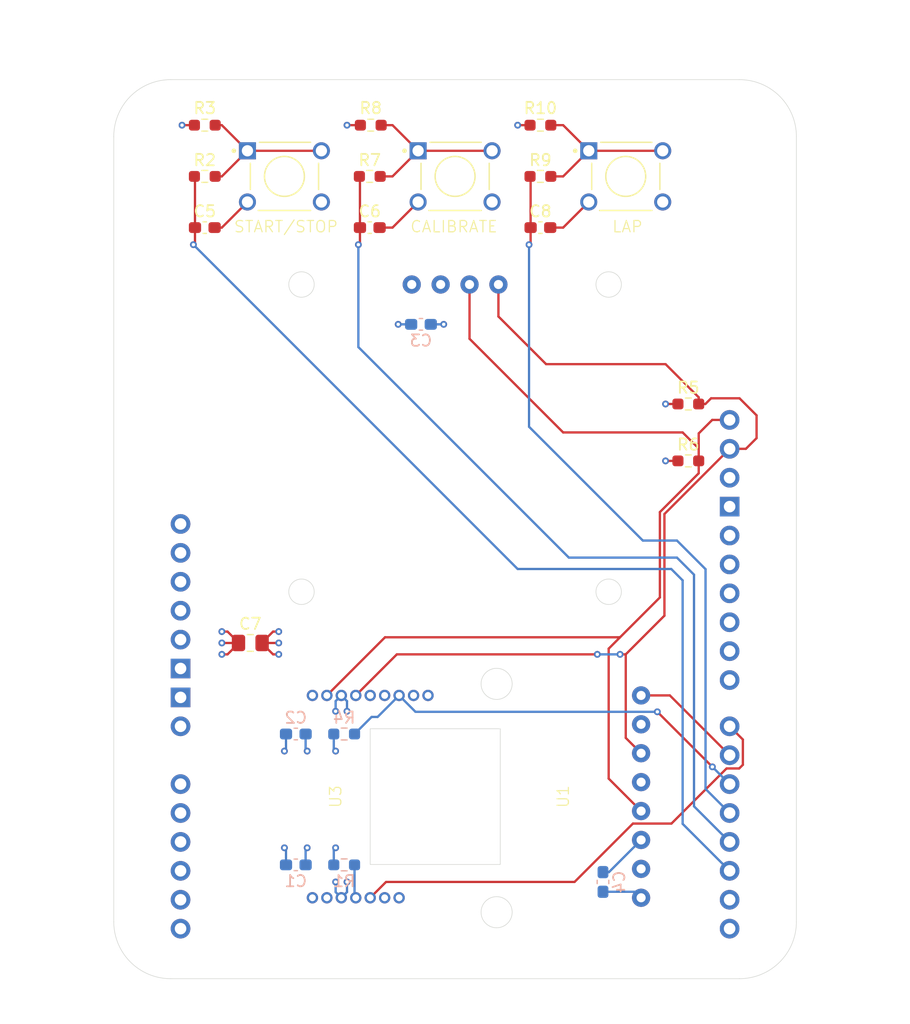
<source format=kicad_pcb>
(kicad_pcb (version 20240108) (generator "pcbnew") (generator_version "8.0")
  (layers (0 "F.Cu" signal) (1 "In1.Cu" signal) (2 "In2.Cu" signal) (31 "B.Cu" signal) (34 "B.Paste" user) (35 "F.Paste" user) (36 "B.SilkS" user "B.Silkscreen") (37 "F.SilkS" user "F.Silkscreen") (38 "B.Mask" user) (39 "F.Mask" user) (44 "Edge.Cuts" user))
  (net 0 "")
  (net 4 "/RST")
  (net 7 "/SW1")
  (net 9 "GND")
  (net 11 "+3V3")
  (net 14 "/SCL")
  (net 17 "/SDA")
  (net 25 "/SW2")
  (net 26 "/INT_IMU")
  (net 29 "/INT_BARO")
  (net 30 "/SW3")
  (net 31 "Net-(U3-IO0)")
  (net 32 "Net-(R2-Pad2)")
  (net 33 "Net-(R7-Pad2)")
  (net 34 "Net-(R10-Pad1)")
  (footprint "footprints:BMP390" (layer "F.Cu") (at 210 130 90)
    (property "Reference" "U1" (at 0 -0.5 90) (layer "F.SilkS") (effects (font (thickness 0.1))))
    (property "Value" "~")
    (fp_circle (center 9.906 -6.35) (end 9.398 -5.08) (stroke (width 0.05)) (fill none) (layer "Edge.Cuts"))
    (fp_circle (center -10.16 -6.35) (end -10.668 -5.08) (stroke (width 0.05)) (fill none) (layer "Edge.Cuts"))
    (pad "1" thru_hole circle (at -8.89 6.35 90) (size 1.6 1.6) (drill 0.8) (layers "*.Cu" "*.Mask" "Dwgs.User") (net 11 "+3V3"))
    (pad "2" thru_hole circle (at -6.35 6.35 90) (size 1.6 1.6) (drill 0.8) (layers "*.Cu" "*.Mask" "Dwgs.User"))
    (pad "3" thru_hole circle (at -3.81 6.35 90) (size 1.6 1.6) (drill 0.8) (layers "*.Cu" "*.Mask" "Dwgs.User") (net 9 "GND"))
    (pad "4" thru_hole circle (at -1.27 6.35 90) (size 1.6 1.6) (drill 0.8) (layers "*.Cu" "*.Mask" "Dwgs.User") (net 14 "/SCL"))
    (pad "5" thru_hole circle (at 1.27 6.35 90) (size 1.6 1.6) (drill 0.8) (layers "*.Cu" "*.Mask" "Dwgs.User"))
    (pad "6" thru_hole circle (at 3.81 6.35 90) (size 1.6 1.6) (drill 0.8) (layers "*.Cu" "*.Mask" "Dwgs.User") (net 17 "/SDA"))
    (pad "7" thru_hole circle (at 6.35 6.35 90) (size 1.6 1.6) (drill 0.8) (layers "*.Cu" "*.Mask" "Dwgs.User"))
    (pad "8" thru_hole circle (at 8.89 6.35 90) (size 1.6 1.6) (drill 0.8) (layers "*.Cu" "*.Mask" "Dwgs.User") (net 29 "/INT_BARO"))
  )
  (footprint "footprints:SW_1825910-6-4" (layer "F.Cu") (at 200 75.5)
    (property "Reference" "SW2" (hide yes))
    (property "Value" "1825910-6")
    (fp_line (start -2.995 -1.15) (end -2.995 1.15) (stroke (width 0.127)) (layer "F.SilkS"))
    (fp_line (start -2.2 -2.995) (end 2.3 -2.995) (stroke (width 0.127)) (layer "F.SilkS"))
    (fp_line (start 2.3 2.995) (end -2.3 2.995) (stroke (width 0.127)) (layer "F.SilkS"))
    (fp_line (start 3 -1.15) (end 3 1.15) (stroke (width 0.127)) (layer "F.SilkS"))
    (fp_circle (center -4.445 -2.25) (end -4.345 -2.25) (stroke (width 0.2)) (fill none) (layer "F.SilkS"))
    (fp_circle (center 0 0) (end 1.755 0) (stroke (width 0.127)) (fill none) (layer "F.SilkS"))
    (pad "1" thru_hole rect (at -3.25 -2.25) (size 1.498 1.498) (drill 0.99) (layers "*.Cu" "*.Mask") (net 33 "Net-(R7-Pad2)"))
    (pad "2" thru_hole circle (at 3.25 -2.25) (size 1.498 1.498) (drill 0.99) (layers "*.Cu" "*.Mask") (net 33 "Net-(R7-Pad2)"))
    (pad "3" thru_hole circle (at -3.25 2.25) (size 1.498 1.498) (drill 0.99) (layers "*.Cu" "*.Mask") (net 9 "GND"))
    (pad "4" thru_hole circle (at 3.25 2.25) (size 1.498 1.498) (drill 0.99) (layers "*.Cu" "*.Mask") (net 9 "GND"))
  )
  (footprint "Resistor_SMD:R_0603_1608Metric_Pad0.98x0.95mm_HandSolder" (layer "F.Cu") (at 220.5 95.5)
    (property "Reference" "R5" (at 0 -1.43 0) (layer "F.SilkS"))
    (property "Value" "2k2")
    (fp_line (start -0.254724 -0.5225) (end 0.254724 -0.5225) (stroke (width 0.12)) (layer "F.SilkS"))
    (fp_line (start -0.254724 0.5225) (end 0.254724 0.5225) (stroke (width 0.12)) (layer "F.SilkS"))
    (pad "1" smd roundrect (at -0.9125 0) (size 0.975 0.95) (layers "F.Cu" "F.Paste" "F.Mask") (net 11 "+3V3"))
    (pad "2" smd roundrect (at 0.9125 0) (size 0.975 0.95) (layers "F.Cu" "F.Paste" "F.Mask") (net 17 "/SDA"))
  )
  (footprint "footprints:STM32_Shield" (layer "F.Cu") (at 188.4 119.129 -90)
    (property "Reference" "A1" (hide yes))
    (property "Value" "~")
    (pad "1" thru_hole oval (at -13.086 12.53 270) (size 1.7272 1.7272) (drill 1.016) (layers "*.Cu" "*.Mask"))
    (pad "2" thru_hole oval (at -10.546 12.53 270) (size 1.7272 1.7272) (drill 1.016) (layers "*.Cu" "*.Mask"))
    (pad "3" thru_hole oval (at -8.006 12.53 270) (size 1.7272 1.7272) (drill 1.016) (layers "*.Cu" "*.Mask"))
    (pad "4" thru_hole oval (at -5.466 12.53 270) (size 1.7272 1.7272) (drill 1.016) (layers "*.Cu" "*.Mask") (net 11 "+3V3"))
    (pad "5" thru_hole oval (at -2.926 12.53 270) (size 1.7272 1.7272) (drill 1.016) (layers "*.Cu" "*.Mask"))
    (pad "6" thru_hole rect (at -0.386 12.53 270) (size 1.7272 1.7272) (drill 1.016) (layers "*.Cu" "*.Mask") (net 9 "GND"))
    (pad "7" thru_hole rect (at 2.154 12.53 270) (size 1.7272 1.7272) (drill 1.016) (layers "*.Cu" "*.Mask") (net 9 "GND"))
    (pad "8" thru_hole oval (at 4.694 12.53 270) (size 1.7272 1.7272) (drill 1.016) (layers "*.Cu" "*.Mask"))
    (pad "9" thru_hole oval (at 9.774 12.53 270) (size 1.7272 1.7272) (drill 1.016) (layers "*.Cu" "*.Mask"))
    (pad "10" thru_hole oval (at 12.314 12.53 270) (size 1.7272 1.7272) (drill 1.016) (layers "*.Cu" "*.Mask"))
    (pad "11" thru_hole oval (at 14.854 12.53 270) (size 1.7272 1.7272) (drill 1.016) (layers "*.Cu" "*.Mask"))
    (pad "12" thru_hole oval (at 17.394 12.53 270) (size 1.7272 1.7272) (drill 1.016) (layers "*.Cu" "*.Mask"))
    (pad "13" thru_hole oval (at 19.934 12.53 270) (size 1.7272 1.7272) (drill 1.016) (layers "*.Cu" "*.Mask"))
    (pad "14" thru_hole oval (at 22.474 12.53 270) (size 1.7272 1.7272) (drill 1.016) (layers "*.Cu" "*.Mask"))
    (pad "15" thru_hole oval (at 22.474 -35.73 270) (size 1.7272 1.7272) (drill 1.016) (layers "*.Cu" "*.Mask"))
    (pad "16" thru_hole oval (at 19.934 -35.73 270) (size 1.7272 1.7272) (drill 1.016) (layers "*.Cu" "*.Mask"))
    (pad "17" thru_hole oval (at 17.394 -35.73 270) (size 1.7272 1.7272) (drill 1.016) (layers "*.Cu" "*.Mask" "Eco2.User") (net 7 "/SW1"))
    (pad "18" thru_hole oval (at 14.854 -35.73 270) (size 1.7272 1.7272) (drill 1.016) (layers "*.Cu" "*.Mask") (net 25 "/SW2"))
    (pad "19" thru_hole oval (at 12.314 -35.73 270) (size 1.7272 1.7272) (drill 1.016) (layers "*.Cu" "*.Mask") (net 30 "/SW3"))
    (pad "20" thru_hole oval (at 9.774 -35.73 270) (size 1.7272 1.7272) (drill 1.016) (layers "*.Cu" "*.Mask") (net 4 "/RST"))
    (pad "21" thru_hole oval (at 7.234 -35.73 270) (size 1.7272 1.7272) (drill 1.016) (layers "*.Cu" "*.Mask") (net 29 "/INT_BARO"))
    (pad "22" thru_hole oval (at 4.694 -35.73 270) (size 1.7272 1.7272) (drill 1.016) (layers "*.Cu" "*.Mask") (net 26 "/INT_IMU"))
    (pad "23" thru_hole oval (at 0.63 -35.73 270) (size 1.7272 1.7272) (drill 1.016) (layers "*.Cu" "*.Mask"))
    (pad "24" thru_hole oval (at -1.91 -35.73 270) (size 1.7272 1.7272) (drill 1.016) (layers "*.Cu" "*.Mask"))
    (pad "25" thru_hole oval (at -4.45 -35.73 270) (size 1.7272 1.7272) (drill 1.016) (layers "*.Cu" "*.Mask"))
    (pad "26" thru_hole oval (at -6.99 -35.73 270) (size 1.7272 1.7272) (drill 1.016) (layers "*.Cu" "*.Mask"))
    (pad "27" thru_hole oval (at -9.53 -35.73 270) (size 1.7272 1.7272) (drill 1.016) (layers "*.Cu" "*.Mask"))
    (pad "28" thru_hole oval (at -12.07 -35.73 270) (size 1.7272 1.7272) (drill 1.016) (layers "*.Cu" "*.Mask"))
    (pad "29" thru_hole rect (at -14.61 -35.73 270) (size 1.7272 1.7272) (drill 1.016) (layers "*.Cu" "*.Mask") (net 9 "GND"))
    (pad "30" thru_hole oval (at -17.15 -35.73 270) (size 1.7272 1.7272) (drill 1.016) (layers "*.Cu" "*.Mask"))
    (pad "31" thru_hole oval (at -19.69 -35.73 270) (size 1.7272 1.7272) (drill 1.016) (layers "*.Cu" "*.Mask") (net 17 "/SDA"))
    (pad "32" thru_hole oval (at -22.23 -35.73 270) (size 1.7272 1.7272) (drill 1.016) (layers "*.Cu" "*.Mask") (net 14 "/SCL"))
  )
  (footprint "Capacitor_SMD:C_0805_2012Metric_Pad1.18x1.45mm_HandSolder" (layer "F.Cu") (at 182 116.5)
    (property "Reference" "C7" (at 0 -1.68 0) (layer "F.SilkS"))
    (property "Value" "10u")
    (fp_line (start -0.261252 -0.735) (end 0.261252 -0.735) (stroke (width 0.12)) (layer "F.SilkS"))
    (fp_line (start -0.261252 0.735) (end 0.261252 0.735) (stroke (width 0.12)) (layer "F.SilkS"))
    (pad "1" smd roundrect (at -1.0375 0) (size 1.175 1.45) (layers "F.Cu" "F.Paste" "F.Mask") (roundrect_rratio 0.212766) (net 11 "+3V3"))
    (pad "2" smd roundrect (at 1.0375 0) (size 1.175 1.45) (layers "F.Cu" "F.Paste" "F.Mask") (roundrect_rratio 0.212766) (net 9 "GND"))
  )
  (footprint "footprints:Screen" (layer "F.Cu") (at 200 98.5)
    (property "Reference" "U2" (hide yes))
    (property "Value" "~" (hide yes))
    (fp_circle (center -13.5 -13.5) (end -13 -14.5) (stroke (width 0.05)) (fill none) (layer "Edge.Cuts"))
    (fp_circle (center -13.5 13.5) (end -13 14.5) (stroke (width 0.05)) (fill none) (layer "Edge.Cuts"))
    (fp_circle (center 13.5 -13.5) (end 14.5 -13) (stroke (width 0.05)) (fill none) (layer "Edge.Cuts"))
    (fp_circle (center 13.5 13.5) (end 14 14.5) (stroke (width 0.05)) (fill none) (layer "Edge.Cuts"))
    (pad "1" thru_hole circle (at -3.81 -13.5) (size 1.6 1.6) (drill 0.8) (layers "*.Cu" "*.Mask") (net 11 "+3V3"))
    (pad "2" thru_hole circle (at -1.27 -13.5) (size 1.6 1.6) (drill 0.8) (layers "*.Cu" "*.Mask") (net 9 "GND"))
    (pad "3" thru_hole circle (at 1.27 -13.5) (size 1.6 1.6) (drill 0.8) (layers "*.Cu" "*.Mask") (net 14 "/SCL"))
    (pad "4" thru_hole circle (at 3.81 -13.5) (size 1.6 1.6) (drill 0.8) (layers "*.Cu" "*.Mask") (net 17 "/SDA"))
  )
  (footprint "Resistor_SMD:R_0603_1608Metric_Pad0.98x0.95mm_HandSolder" (layer "F.Cu") (at 178 75.5)
    (property "Reference" "R2" (at 0 -1.43 0) (layer "F.SilkS"))
    (property "Value" "1k")
    (fp_line (start -0.254724 -0.5225) (end 0.254724 -0.5225) (stroke (width 0.12)) (layer "F.SilkS"))
    (fp_line (start -0.254724 0.5225) (end 0.254724 0.5225) (stroke (width 0.12)) (layer "F.SilkS"))
    (pad "1" smd roundrect (at -0.9125 0) (size 0.975 0.95) (layers "F.Cu" "F.Paste" "F.Mask") (net 7 "/SW1"))
    (pad "2" smd roundrect (at 0.9125 0) (size 0.975 0.95) (layers "F.Cu" "F.Paste" "F.Mask") (net 32 "Net-(R2-Pad2)"))
  )
  (footprint "footprints:BNO055" (layer "F.Cu") (at 190 130 90)
    (property "Reference" "U3" (at 0 -0.5 90) (layer "F.SilkS") (effects (font (thickness 0.1))))
    (property "Value" "~")
    (fp_rect (start -5.965 2.54) (end 5.965 13.97) (stroke (width 0.05)) (fill none) (layer "Edge.Cuts"))
    (pad "1.1" thru_hole circle (at -8.89 -2.54 90) (size 1 1) (drill 0.6) (layers "*.Cu" "*.Mask") (net 11 "+3V3"))
    (pad "1.2" thru_hole circle (at -8.89 -1.27 90) (size 1 1) (drill 0.6) (layers "*.Cu" "*.Mask") (net 11 "+3V3"))
    (pad "1.3" thru_hole circle (at -8.89 0 90) (size 1 1) (drill 0.6) (layers "*.Cu" "*.Mask") (net 9 "GND"))
    (pad "1.4" thru_hole circle (at -8.89 1.27 90) (size 1 1) (drill 0.6) (layers "*.Cu" "*.Mask") (net 31 "Net-(U3-IO0)"))
    (pad "1.5" thru_hole circle (at -8.89 2.54 90) (size 1 1) (drill 0.6) (layers "*.Cu" "*.Mask") (net 26 "/INT_IMU"))
    (pad "1.6" thru_hole circle (at -8.89 3.81 90) (size 1 1) (drill 0.6) (layers "*.Cu" "*.Mask") (net 9 "GND"))
    (pad "1.7" thru_hole circle (at -8.89 5.08 90) (size 1 1) (drill 0.6) (layers "*.Cu" "*.Mask") (net 9 "GND"))
    (pad "2.1" thru_hole circle (at 8.89 -2.54 90) (size 1 1) (drill 0.6) (layers "*.Cu" "*.Mask") (net 9 "GND"))
    (pad "2.2" thru_hole circle (at 8.89 -1.27 90) (size 1 1) (drill 0.6) (layers "*.Cu" "*.Mask") (net 14 "/SCL"))
    (pad "2.3" thru_hole circle (at 8.89 0 90) (size 1 1) (drill 0.6) (layers "*.Cu" "*.Mask") (net 9 "GND"))
    (pad "2.4" thru_hole circle (at 8.89 1.27 90) (size 1 1) (drill 0.6) (layers "*.Cu" "*.Mask") (net 17 "/SDA"))
    (pad "2.5" thru_hole circle (at 8.89 2.54 90) (size 1 1) (drill 0.6) (layers "*.Cu" "*.Mask"))
    (pad "2.6" thru_hole circle (at 8.89 3.81 90) (size 1 1) (drill 0.6) (layers "*.Cu" "*.Mask"))
    (pad "2.7" thru_hole circle (at 8.89 5.08 90) (size 1 1) (drill 0.6) (layers "*.Cu" "*.Mask") (net 4 "/RST"))
    (pad "2.8" thru_hole circle (at 8.89 6.35 90) (size 1 1) (drill 0.6) (layers "*.Cu" "*.Mask"))
    (pad "2.9" thru_hole circle (at 8.89 7.62 90) (size 1 1) (drill 0.6) (layers "*.Cu" "*.Mask"))
  )
  (footprint "Resistor_SMD:R_0603_1608Metric_Pad0.98x0.95mm_HandSolder" (layer "F.Cu") (at 207.5 75.5)
    (property "Reference" "R9" (at 0 -1.43 0) (layer "F.SilkS"))
    (property "Value" "1k")
    (fp_line (start -0.254724 -0.5225) (end 0.254724 -0.5225) (stroke (width 0.12)) (layer "F.SilkS"))
    (fp_line (start -0.254724 0.5225) (end 0.254724 0.5225) (stroke (width 0.12)) (layer "F.SilkS"))
    (pad "1" smd roundrect (at -0.9125 0) (size 0.975 0.95) (layers "F.Cu" "F.Paste" "F.Mask") (net 30 "/SW3"))
    (pad "2" smd roundrect (at 0.9125 0) (size 0.975 0.95) (layers "F.Cu" "F.Paste" "F.Mask") (net 34 "Net-(R10-Pad1)"))
  )
  (footprint "Capacitor_SMD:C_0603_1608Metric_Pad1.08x0.95mm_HandSolder" (layer "F.Cu") (at 207.5 80)
    (property "Reference" "C8" (at 0 -1.43 0) (layer "F.SilkS"))
    (property "Value" "100n")
    (fp_line (start -0.146267 -0.51) (end 0.146267 -0.51) (stroke (width 0.12)) (layer "F.SilkS"))
    (fp_line (start -0.146267 0.51) (end 0.146267 0.51) (stroke (width 0.12)) (layer "F.SilkS"))
    (pad "1" smd roundrect (at -0.8625 0) (size 1.075 0.95) (layers "F.Cu" "F.Paste" "F.Mask") (net 30 "/SW3"))
    (pad "2" smd roundrect (at 0.8625 0) (size 1.075 0.95) (layers "F.Cu" "F.Paste" "F.Mask") (net 9 "GND"))
  )
  (footprint "Resistor_SMD:R_0603_1608Metric_Pad0.98x0.95mm_HandSolder" (layer "F.Cu") (at 192.5 75.5)
    (property "Reference" "R7" (at 0 -1.43 0) (layer "F.SilkS"))
    (property "Value" "1k")
    (fp_line (start -0.254724 -0.5225) (end 0.254724 -0.5225) (stroke (width 0.12)) (layer "F.SilkS"))
    (fp_line (start -0.254724 0.5225) (end 0.254724 0.5225) (stroke (width 0.12)) (layer "F.SilkS"))
    (pad "1" smd roundrect (at -0.9125 0) (size 0.975 0.95) (layers "F.Cu" "F.Paste" "F.Mask") (net 25 "/SW2"))
    (pad "2" smd roundrect (at 0.9125 0) (size 0.975 0.95) (layers "F.Cu" "F.Paste" "F.Mask") (net 33 "Net-(R7-Pad2)"))
  )
  (footprint "Capacitor_SMD:C_0603_1608Metric_Pad1.08x0.95mm_HandSolder" (layer "F.Cu") (at 192.5 80)
    (property "Reference" "C6" (at 0 -1.43 0) (layer "F.SilkS"))
    (property "Value" "100n")
    (fp_line (start -0.146267 -0.51) (end 0.146267 -0.51) (stroke (width 0.12)) (layer "F.SilkS"))
    (fp_line (start -0.146267 0.51) (end 0.146267 0.51) (stroke (width 0.12)) (layer "F.SilkS"))
    (pad "1" smd roundrect (at -0.8625 0) (size 1.075 0.95) (layers "F.Cu" "F.Paste" "F.Mask") (net 25 "/SW2"))
    (pad "2" smd roundrect (at 0.8625 0) (size 1.075 0.95) (layers "F.Cu" "F.Paste" "F.Mask") (net 9 "GND"))
  )
  (footprint "Resistor_SMD:R_0603_1608Metric_Pad0.98x0.95mm_HandSolder" (layer "F.Cu") (at 207.5 71 180)
    (property "Reference" "R10" (at 0 1.5 0) (layer "F.SilkS"))
    (property "Value" "10k")
    (fp_line (start -0.254724 0.5225) (end 0.254724 0.5225) (stroke (width 0.12)) (layer "F.SilkS"))
    (fp_line (start -0.254724 -0.5225) (end 0.254724 -0.5225) (stroke (width 0.12)) (layer "F.SilkS"))
    (pad "1" smd roundrect (at -0.9125 0 180) (size 0.975 0.95) (layers "F.Cu" "F.Paste" "F.Mask") (net 34 "Net-(R10-Pad1)"))
    (pad "2" smd roundrect (at 0.9125 0 180) (size 0.975 0.95) (layers "F.Cu" "F.Paste" "F.Mask") (net 11 "+3V3"))
  )
  (footprint "Resistor_SMD:R_0603_1608Metric_Pad0.98x0.95mm_HandSolder" (layer "F.Cu") (at 178 71 180)
    (property "Reference" "R3" (at 0 1.5 0) (layer "F.SilkS"))
    (property "Value" "10k")
    (fp_line (start -0.254724 0.5225) (end 0.254724 0.5225) (stroke (width 0.12)) (layer "F.SilkS"))
    (fp_line (start -0.254724 -0.5225) (end 0.254724 -0.5225) (stroke (width 0.12)) (layer "F.SilkS"))
    (pad "1" smd roundrect (at -0.9125 0 180) (size 0.975 0.95) (layers "F.Cu" "F.Paste" "F.Mask") (net 32 "Net-(R2-Pad2)"))
    (pad "2" smd roundrect (at 0.9125 0 180) (size 0.975 0.95) (layers "F.Cu" "F.Paste" "F.Mask") (net 11 "+3V3"))
  )
  (footprint "footprints:SW_1825910-6-4" (layer "F.Cu") (at 215 75.5)
    (property "Reference" "SW3" (hide yes))
    (property "Value" "1825910-6")
    (fp_line (start -2.995 -1.15) (end -2.995 1.15) (stroke (width 0.127)) (layer "F.SilkS"))
    (fp_line (start -2.2 -2.995) (end 2.3 -2.995) (stroke (width 0.127)) (layer "F.SilkS"))
    (fp_line (start 2.3 2.995) (end -2.3 2.995) (stroke (width 0.127)) (layer "F.SilkS"))
    (fp_line (start 3 -1.15) (end 3 1.15) (stroke (width 0.127)) (layer "F.SilkS"))
    (fp_circle (center -4.445 -2.25) (end -4.345 -2.25) (stroke (width 0.2)) (fill none) (layer "F.SilkS"))
    (fp_circle (center 0 0) (end 1.755 0) (stroke (width 0.127)) (fill none) (layer "F.SilkS"))
    (pad "1" thru_hole rect (at -3.25 -2.25) (size 1.498 1.498) (drill 0.99) (layers "*.Cu" "*.Mask") (net 34 "Net-(R10-Pad1)"))
    (pad "2" thru_hole circle (at 3.25 -2.25) (size 1.498 1.498) (drill 0.99) (layers "*.Cu" "*.Mask") (net 34 "Net-(R10-Pad1)"))
    (pad "3" thru_hole circle (at -3.25 2.25) (size 1.498 1.498) (drill 0.99) (layers "*.Cu" "*.Mask") (net 9 "GND"))
    (pad "4" thru_hole circle (at 3.25 2.25) (size 1.498 1.498) (drill 0.99) (layers "*.Cu" "*.Mask") (net 9 "GND"))
  )
  (footprint "Resistor_SMD:R_0603_1608Metric_Pad0.98x0.95mm_HandSolder" (layer "F.Cu") (at 220.5 100.5)
    (property "Reference" "R6" (at 0 -1.43 0) (layer "F.SilkS"))
    (property "Value" "2k2")
    (fp_line (start -0.254724 -0.5225) (end 0.254724 -0.5225) (stroke (width 0.12)) (layer "F.SilkS"))
    (fp_line (start -0.254724 0.5225) (end 0.254724 0.5225) (stroke (width 0.12)) (layer "F.SilkS"))
    (pad "1" smd roundrect (at -0.9125 0) (size 0.975 0.95) (layers "F.Cu" "F.Paste" "F.Mask") (net 11 "+3V3"))
    (pad "2" smd roundrect (at 0.9125 0) (size 0.975 0.95) (layers "F.Cu" "F.Paste" "F.Mask") (net 14 "/SCL"))
  )
  (footprint "Resistor_SMD:R_0603_1608Metric_Pad0.98x0.95mm_HandSolder" (layer "F.Cu") (at 192.5875 71 180)
    (property "Reference" "R8" (at 0 1.5 0) (layer "F.SilkS"))
    (property "Value" "10k")
    (fp_line (start -0.254724 0.5225) (end 0.254724 0.5225) (stroke (width 0.12)) (layer "F.SilkS"))
    (fp_line (start -0.254724 -0.5225) (end 0.254724 -0.5225) (stroke (width 0.12)) (layer "F.SilkS"))
    (pad "1" smd roundrect (at -0.9125 0 180) (size 0.975 0.95) (layers "F.Cu" "F.Paste" "F.Mask") (net 33 "Net-(R7-Pad2)"))
    (pad "2" smd roundrect (at 0.9125 0 180) (size 0.975 0.95) (layers "F.Cu" "F.Paste" "F.Mask") (net 11 "+3V3"))
  )
  (footprint "Capacitor_SMD:C_0603_1608Metric_Pad1.08x0.95mm_HandSolder" (layer "F.Cu") (at 178 80)
    (property "Reference" "C5" (at 0 -1.43 0) (layer "F.SilkS"))
    (property "Value" "100n")
    (fp_line (start -0.146267 -0.51) (end 0.146267 -0.51) (stroke (width 0.12)) (layer "F.SilkS"))
    (fp_line (start -0.146267 0.51) (end 0.146267 0.51) (stroke (width 0.12)) (layer "F.SilkS"))
    (pad "1" smd roundrect (at -0.8625 0) (size 1.075 0.95) (layers "F.Cu" "F.Paste" "F.Mask") (net 7 "/SW1"))
    (pad "2" smd roundrect (at 0.8625 0) (size 1.075 0.95) (layers "F.Cu" "F.Paste" "F.Mask") (net 9 "GND"))
  )
  (footprint "footprints:SW_1825910-6-4" (layer "F.Cu") (at 185 75.5)
    (property "Reference" "SW1" (hide yes))
    (property "Value" "1825910-6")
    (fp_line (start -2.995 -1.15) (end -2.995 1.15) (stroke (width 0.127)) (layer "F.SilkS"))
    (fp_line (start -2.2 -2.995) (end 2.3 -2.995) (stroke (width 0.127)) (layer "F.SilkS"))
    (fp_line (start 2.3 2.995) (end -2.3 2.995) (stroke (width 0.127)) (layer "F.SilkS"))
    (fp_line (start 3 -1.15) (end 3 1.15) (stroke (width 0.127)) (layer "F.SilkS"))
    (fp_circle (center -4.445 -2.25) (end -4.345 -2.25) (stroke (width 0.2)) (fill none) (layer "F.SilkS"))
    (fp_circle (center 0 0) (end 1.755 0) (stroke (width 0.127)) (fill none) (layer "F.SilkS"))
    (pad "1" thru_hole rect (at -3.25 -2.25) (size 1.498 1.498) (drill 0.99) (layers "*.Cu" "*.Mask") (net 32 "Net-(R2-Pad2)"))
    (pad "2" thru_hole circle (at 3.25 -2.25) (size 1.498 1.498) (drill 0.99) (layers "*.Cu" "*.Mask") (net 32 "Net-(R2-Pad2)"))
    (pad "3" thru_hole circle (at -3.25 2.25) (size 1.498 1.498) (drill 0.99) (layers "*.Cu" "*.Mask") (net 9 "GND"))
    (pad "4" thru_hole circle (at 3.25 2.25) (size 1.498 1.498) (drill 0.99) (layers "*.Cu" "*.Mask") (net 9 "GND"))
  )
  (footprint "Capacitor_SMD:C_0603_1608Metric_Pad1.08x0.95mm_HandSolder" (layer "B.Cu") (at 186 136)
    (property "Reference" "C1" (at 0 1.43 0) (layer "B.SilkS") (effects (justify mirror)))
    (property "Value" "100n")
    (fp_line (start 0.146267 -0.51) (end -0.146267 -0.51) (stroke (width 0.12)) (layer "B.SilkS"))
    (fp_line (start 0.146267 0.51) (end -0.146267 0.51) (stroke (width 0.12)) (layer "B.SilkS"))
    (pad "1" smd roundrect (at -0.8625 0) (size 1.075 0.95) (layers "B.Cu" "B.Paste" "B.Mask") (net 11 "+3V3"))
    (pad "2" smd roundrect (at 0.8625 0) (size 1.075 0.95) (layers "B.Cu" "B.Paste" "B.Mask") (net 9 "GND"))
  )
  (footprint "Capacitor_SMD:C_0603_1608Metric_Pad1.08x0.95mm_HandSolder" (layer "B.Cu") (at 186 124.5 180)
    (property "Reference" "C2" (at 0 1.43 0) (layer "B.SilkS") (effects (justify mirror)))
    (property "Value" "100n")
    (fp_line (start 0.146267 0.51) (end -0.146267 0.51) (stroke (width 0.12)) (layer "B.SilkS"))
    (fp_line (start 0.146267 -0.51) (end -0.146267 -0.51) (stroke (width 0.12)) (layer "B.SilkS"))
    (pad "1" smd roundrect (at -0.8625 0 180) (size 1.075 0.95) (layers "B.Cu" "B.Paste" "B.Mask") (net 11 "+3V3"))
    (pad "2" smd roundrect (at 0.8625 0 180) (size 1.075 0.95) (layers "B.Cu" "B.Paste" "B.Mask") (net 9 "GND"))
  )
  (footprint "Capacitor_SMD:C_0603_1608Metric_Pad1.08x0.95mm_HandSolder" (layer "B.Cu") (at 197 88.5)
    (property "Reference" "C3" (at 0 1.43 0) (layer "B.SilkS") (effects (justify mirror)))
    (property "Value" "100n")
    (fp_line (start 0.146267 -0.51) (end -0.146267 -0.51) (stroke (width 0.12)) (layer "B.SilkS"))
    (fp_line (start 0.146267 0.51) (end -0.146267 0.51) (stroke (width 0.12)) (layer "B.SilkS"))
    (pad "1" smd roundrect (at -0.8625 0) (size 1.075 0.95) (layers "B.Cu" "B.Paste" "B.Mask") (net 11 "+3V3"))
    (pad "2" smd roundrect (at 0.8625 0) (size 1.075 0.95) (layers "B.Cu" "B.Paste" "B.Mask") (net 9 "GND"))
  )
  (footprint "Capacitor_SMD:C_0603_1608Metric_Pad1.08x0.95mm_HandSolder" (layer "B.Cu") (at 213 137.5 90)
    (property "Reference" "C4" (at 0 1.43 90) (layer "B.SilkS") (effects (justify mirror)))
    (property "Value" "100n")
    (fp_line (start 0.146267 -0.51) (end -0.146267 -0.51) (stroke (width 0.12)) (layer "B.SilkS"))
    (fp_line (start 0.146267 0.51) (end -0.146267 0.51) (stroke (width 0.12)) (layer "B.SilkS"))
    (pad "1" smd roundrect (at -0.8625 0 90) (size 1.075 0.95) (layers "B.Cu" "B.Paste" "B.Mask") (net 11 "+3V3"))
    (pad "2" smd roundrect (at 0.8625 0 90) (size 1.075 0.95) (layers "B.Cu" "B.Paste" "B.Mask") (net 9 "GND"))
  )
  (footprint "Resistor_SMD:R_0603_1608Metric_Pad0.98x0.95mm_HandSolder" (layer "B.Cu") (at 190.25 124.5 180)
    (property "Reference" "R4" (at 0 1.43 0) (layer "B.SilkS") (effects (justify mirror)))
    (property "Value" "10k")
    (fp_line (start 0.254724 0.5225) (end -0.254724 0.5225) (stroke (width 0.12)) (layer "B.SilkS"))
    (fp_line (start 0.254724 -0.5225) (end -0.254724 -0.5225) (stroke (width 0.12)) (layer "B.SilkS"))
    (pad "1" smd roundrect (at -0.9125 0 180) (size 0.975 0.95) (layers "B.Cu" "B.Paste" "B.Mask") (net 4 "/RST"))
    (pad "2" smd roundrect (at 0.9125 0 180) (size 0.975 0.95) (layers "B.Cu" "B.Paste" "B.Mask") (net 11 "+3V3"))
  )
  (footprint "Resistor_SMD:R_0603_1608Metric_Pad0.98x0.95mm_HandSolder" (layer "B.Cu") (at 190.25 136)
    (property "Reference" "R1" (at 0 1.43 0) (layer "B.SilkS") (effects (justify mirror)))
    (property "Value" "10k")
    (fp_line (start 0.254724 -0.5225) (end -0.254724 -0.5225) (stroke (width 0.12)) (layer "B.SilkS"))
    (fp_line (start 0.254724 0.5225) (end -0.254724 0.5225) (stroke (width 0.12)) (layer "B.SilkS"))
    (pad "1" smd roundrect (at -0.9125 0) (size 0.975 0.95) (layers "B.Cu" "B.Paste" "B.Mask") (net 11 "+3V3"))
    (pad "2" smd roundrect (at 0.9125 0) (size 0.975 0.95) (layers "B.Cu" "B.Paste" "B.Mask") (net 31 "Net-(U3-IO0)"))
  )
  (gr_line (start 175 146) (end 225 146) (stroke (width 0.05)) (layer "Edge.Cuts"))
  (gr_arc (start 225 67) (mid 228.535534 68.464466) (end 230 72) (stroke (width 0.05)) (layer "Edge.Cuts"))
  (gr_line (start 175 67) (end 225 67) (stroke (width 0.05)) (layer "Edge.Cuts"))
  (gr_arc (start 170 72) (mid 171.464466 68.464466) (end 175 67) (stroke (width 0.05)) (layer "Edge.Cuts"))
  (gr_line (start 230 72) (end 230 141) (stroke (width 0.05)) (layer "Edge.Cuts"))
  (gr_arc (start 175 146) (mid 171.464466 144.535534) (end 170 141) (stroke (width 0.05)) (layer "Edge.Cuts"))
  (gr_line (start 170 141) (end 170 72) (stroke (width 0.05)) (layer "Edge.Cuts"))
  (gr_arc (start 230 141) (mid 228.535534 144.535534) (end 225 146) (stroke (width 0.05)) (layer "Edge.Cuts"))
  (gr_text "START/STOP" (at 180.5 80.5 0) (layer "F.SilkS") (effects (font (size 1 1) (thickness 0.1)) (justify left bottom)))
  (gr_text "LAP" (at 213.75 80.5 0) (layer "F.SilkS") (effects (font (size 1 1) (thickness 0.1)) (justify left bottom)))
  (gr_text "CALIBRATE" (at 196 80.5 0) (layer "F.SilkS") (effects (font (size 1 1) (thickness 0.1)) (justify left bottom)))
  (segment (start 217.777 122.55) (end 222.6135 127.3865) (width 0.2) (layer "F.Cu") (net 4))
  (via (at 222.6135 127.3865) (size 0.6) (drill 0.3) (layers "F.Cu" "B.Cu") (net 4))
  (via (at 217.777 122.55) (size 0.6) (drill 0.3) (layers "F.Cu" "B.Cu") (net 4))
  (segment (start 192.6625 123) (end 193.19 123) (width 0.2) (layer "B.Cu") (net 4))
  (segment (start 193.19 123) (end 195.08 121.11) (width 0.2) (layer "B.Cu") (net 4))
  (segment (start 195.08 121.11) (end 196.52 122.55) (width 0.2) (layer "B.Cu") (net 4))
  (segment (start 222.6135 127.3865) (end 224.13 128.903) (width 0.2) (layer "B.Cu") (net 4))
  (segment (start 191.1625 124.5) (end 192.6625 123) (width 0.2) (layer "B.Cu") (net 4))
  (segment (start 196.52 122.55) (end 217.777 122.55) (width 0.2) (layer "B.Cu") (net 4))
  (segment (start 177.1375 80) (end 177.1375 81.3625) (width 0.2) (layer "F.Cu") (net 7))
  (segment (start 177.1375 75.55) (end 177.0875 75.5) (width 0.2) (layer "F.Cu") (net 7))
  (segment (start 177.1375 81.3625) (end 177 81.5) (width 0.2) (layer "F.Cu") (net 7))
  (segment (start 177.1375 80) (end 177.1375 75.55) (width 0.2) (layer "F.Cu") (net 7))
  (via (at 177 81.5) (size 0.6) (drill 0.3) (layers "F.Cu" "B.Cu") (net 7))
  (segment (start 219 110) (end 205.5 110) (width 0.2) (layer "B.Cu") (net 7))
  (segment (start 220 111) (end 219 110) (width 0.2) (layer "B.Cu") (net 7))
  (segment (start 205.5 110) (end 177 81.5) (width 0.2) (layer "B.Cu") (net 7))
  (segment (start 220 132.393) (end 220 111) (width 0.2) (layer "B.Cu") (net 7))
  (segment (start 224.13 136.523) (end 220 132.393) (width 0.2) (layer "B.Cu") (net 7))
  (segment (start 194.5 80) (end 196.75 77.75) (width 0.2) (layer "F.Cu") (net 9))
  (segment (start 183.0375 116.5) (end 183.0375 116.5375) (width 0.2) (layer "F.Cu") (net 9))
  (segment (start 178.8625 80) (end 179.5 80) (width 0.2) (layer "F.Cu") (net 9))
  (segment (start 179.5 80) (end 181.75 77.75) (width 0.2) (layer "F.Cu") (net 9))
  (segment (start 184 117.5) (end 184.5 117.5) (width 0.2) (layer "F.Cu") (net 9))
  (segment (start 184 115.5) (end 184.5 115.5) (width 0.2) (layer "F.Cu") (net 9))
  (segment (start 183.0375 116.5375) (end 184 117.5) (width 0.2) (layer "F.Cu") (net 9))
  (segment (start 193.3625 80) (end 194.5 80) (width 0.2) (layer "F.Cu") (net 9))
  (segment (start 209.5 80) (end 211.75 77.75) (width 0.2) (layer "F.Cu") (net 9))
  (segment (start 183.0375 116.5) (end 183.0375 116.4625) (width 0.2) (layer "F.Cu") (net 9))
  (segment (start 208.3625 80) (end 209.5 80) (width 0.2) (layer "F.Cu") (net 9))
  (segment (start 183.0375 116.4625) (end 184 115.5) (width 0.2) (layer "F.Cu") (net 9))
  (segment (start 183.0375 116.5) (end 184.5 116.5) (width 0.2) (layer "F.Cu") (net 9))
  (via (at 184.5 115.5) (size 0.6) (drill 0.3) (layers "F.Cu" "B.Cu") (net 9))
  (via (at 190.5 122.5) (size 0.6) (drill 0.3) (layers "F.Cu" "B.Cu") (net 9))
  (via (at 199 88.5) (size 0.6) (drill 0.3) (layers "F.Cu" "B.Cu") (net 9))
  (via (at 184.5 117.5) (size 0.6) (drill 0.3) (layers "F.Cu" "B.Cu") (net 9))
  (via (at 190.5 137.5) (size 0.6) (drill 0.3) (layers "F.Cu" "B.Cu") (net 9))
  (via (at 185 126) (size 0.6) (drill 0.3) (layers "F.Cu" "B.Cu") (net 9))
  (via (at 189.5 137.5) (size 0.6) (drill 0.3) (layers "F.Cu" "B.Cu") (net 9))
  (via (at 187 134.5) (size 0.6) (drill 0.3) (layers "F.Cu" "B.Cu") (net 9))
  (via (at 184.5 116.5) (size 0.6) (drill 0.3) (layers "F.Cu" "B.Cu") (net 9))
  (via (at 189.5 122.5) (size 0.6) (drill 0.3) (layers "F.Cu" "B.Cu") (net 9))
  (segment (start 190.5 121.61) (end 190 121.11) (width 0.2) (layer "B.Cu") (net 9))
  (segment (start 213.5225 136.6375) (end 216.35 133.81) (width 0.2) (layer "B.Cu") (net 9))
  (segment (start 185.1375 125.8625) (end 185 126) (width 0.2) (layer "B.Cu") (net 9))
  (segment (start 186.8625 136) (end 186.8625 134.6375) (width 0.2) (layer "B.Cu") (net 9))
  (segment (start 190.5 138.39) (end 190 138.89) (width 0.2) (layer "B.Cu") (net 9))
  (segment (start 197.8625 88.5) (end 199 88.5) (width 0.2) (layer "B.Cu") (net 9))
  (segment (start 186.8625 134.6375) (end 187 134.5) (width 0.2) (layer "B.Cu") (net 9))
  (segment (start 190.5 122.5) (end 190.5 121.61) (width 0.2) (layer "B.Cu") (net 9))
  (segment (start 190.5 137.5) (end 190.5 138.39) (width 0.2) (layer "B.Cu") (net 9))
  (segment (start 213 136.6375) (end 213.5225 136.6375) (width 0.2) (layer "B.Cu") (net 9))
  (segment (start 189.5 121.61) (end 190 121.11) (width 0.2) (layer "B.Cu") (net 9))
  (segment (start 185.1375 124.5) (end 185.1375 125.8625) (width 0.2) (layer "B.Cu") (net 9))
  (segment (start 189.5 122.5) (end 189.5 121.61) (width 0.2) (layer "B.Cu") (net 9))
  (segment (start 189.5 137.5) (end 189.5 138.39) (width 0.2) (layer "B.Cu") (net 9))
  (segment (start 189.5 138.39) (end 190 138.89) (width 0.2) (layer "B.Cu") (net 9))
  (segment (start 191.675 71) (end 190.5 71) (width 0.2) (layer "F.Cu") (net 11))
  (segment (start 180 117.5) (end 179.5 117.5) (width 0.2) (layer "F.Cu") (net 11))
  (segment (start 180.9625 116.5) (end 180.9625 116.4625) (width 0.2) (layer "F.Cu") (net 11))
  (segment (start 180.9625 116.5) (end 180.9625 116.5375) (width 0.2) (layer "F.Cu") (net 11))
  (segment (start 177.0875 71) (end 176 71) (width 0.2) (layer "F.Cu") (net 11))
  (segment (start 180.9625 116.4625) (end 180 115.5) (width 0.2) (layer "F.Cu") (net 11))
  (segment (start 219.5875 100.5) (end 218.5 100.5) (width 0.2) (layer "F.Cu") (net 11))
  (segment (start 219.5875 95.5) (end 218.5 95.5) (width 0.2) (layer "F.Cu") (net 11))
  (segment (start 180.9625 116.5) (end 179.5 116.5) (width 0.2) (layer "F.Cu") (net 11))
  (segment (start 180.9625 116.5375) (end 180 117.5) (width 0.2) (layer "F.Cu") (net 11))
  (segment (start 206.5875 71) (end 205.5 71) (width 0.2) (layer "F.Cu") (net 11))
  (segment (start 180 115.5) (end 179.5 115.5) (width 0.2) (layer "F.Cu") (net 11))
  (via (at 190.5 71) (size 0.6) (drill 0.3) (layers "F.Cu" "B.Cu") (net 11))
  (via (at 189.5 134.5) (size 0.6) (drill 0.3) (layers "F.Cu" "B.Cu") (net 11))
  (via (at 187 126) (size 0.6) (drill 0.3) (layers "F.Cu" "B.Cu") (net 11))
  (via (at 179.5 116.5) (size 0.6) (drill 0.3) (layers "F.Cu" "B.Cu") (net 11))
  (via (at 176 71) (size 0.6) (drill 0.3) (layers "F.Cu" "B.Cu") (net 11))
  (via (at 218.5 95.5) (size 0.6) (drill 0.3) (layers "F.Cu" "B.Cu") (net 11))
  (via (at 218.5 100.5) (size 0.6) (drill 0.3) (layers "F.Cu" "B.Cu") (net 11))
  (via (at 179.5 115.5) (size 0.6) (drill 0.3) (layers "F.Cu" "B.Cu") (net 11))
  (via (at 195 88.5) (size 0.6) (drill 0.3) (layers "F.Cu" "B.Cu") (net 11))
  (via (at 185 134.5) (size 0.6) (drill 0.3) (layers "F.Cu" "B.Cu") (net 11))
  (via (at 205.5 71) (size 0.6) (drill 0.3) (layers "F.Cu" "B.Cu") (net 11))
  (via (at 189.5 126) (size 0.6) (drill 0.3) (layers "F.Cu" "B.Cu") (net 11))
  (via (at 179.5 117.5) (size 0.6) (drill 0.3) (layers "F.Cu" "B.Cu") (net 11))
  (segment (start 189.3375 134.6625) (end 189.5 134.5) (width 0.2) (layer "B.Cu") (net 11))
  (segment (start 186.8625 124.5) (end 186.8625 125.8625) (width 0.2) (layer "B.Cu") (net 11))
  (segment (start 189.3375 136) (end 189.3375 134.6625) (width 0.2) (layer "B.Cu") (net 11))
  (segment (start 196.1375 88.5) (end 195 88.5) (width 0.2) (layer "B.Cu") (net 11))
  (segment (start 213 138.3625) (end 215.8225 138.3625) (width 0.2) (layer "B.Cu") (net 11))
  (segment (start 186.8625 125.8625) (end 187 126) (width 0.2) (layer "B.Cu") (net 11))
  (segment (start 215.8225 138.3625) (end 216.35 138.89) (width 0.2) (layer "B.Cu") (net 11))
  (segment (start 185.1375 134.6375) (end 185 134.5) (width 0.2) (layer "B.Cu") (net 11))
  (segment (start 189.5 126) (end 189.3375 125.8375) (width 0.2) (layer "B.Cu") (net 11))
  (segment (start 185.1375 136) (end 185.1375 134.6375) (width 0.2) (layer "B.Cu") (net 11))
  (segment (start 189.3375 125.8375) (end 189.3375 124.5) (width 0.2) (layer "B.Cu") (net 11))
  (segment (start 221.4125 101.5875) (end 218 105) (width 0.2) (layer "F.Cu") (net 14))
  (segment (start 220 98) (end 209.5 98) (width 0.2) (layer "F.Cu") (net 14))
  (segment (start 221.4125 98.0875) (end 221.4125 99.4125) (width 0.2) (layer "F.Cu") (net 14))
  (segment (start 213.5 128.42) (end 213.5 117) (width 0.2) (layer "F.Cu") (net 14))
  (segment (start 213.5 117) (end 214.5 116) (width 0.2) (layer "F.Cu") (net 14))
  (segment (start 201.27 89.77) (end 201.27 85) (width 0.2) (layer "F.Cu") (net 14))
  (segment (start 216.35 131.27) (end 213.5 128.42) (width 0.2) (layer "F.Cu") (net 14))
  (segment (start 193.84 116) (end 214.5 116) (width 0.2) (layer "F.Cu") (net 14))
  (segment (start 188.73 121.11) (end 193.84 116) (width 0.2) (layer "F.Cu") (net 14))
  (segment (start 221.4125 100.5) (end 221.4125 99.4125) (width 0.2) (layer "F.Cu") (net 14))
  (segment (start 224.13 96.899) (end 222.601 96.899) (width 0.2) (layer "F.Cu") (net 14))
  (segment (start 221.4125 100.5) (end 221.4125 101.5875) (width 0.2) (layer "F.Cu") (net 14))
  (segment (start 209.5 98) (end 201.27 89.77) (width 0.2) (layer "F.Cu") (net 14))
  (segment (start 218 112.5) (end 218 105) (width 0.2) (layer "F.Cu") (net 14))
  (segment (start 222.601 96.899) (end 221.4125 98.0875) (width 0.2) (layer "F.Cu") (net 14))
  (segment (start 214.5 116) (end 218 112.5) (width 0.2) (layer "F.Cu") (net 14))
  (segment (start 221.4125 99.4125) (end 220 98) (width 0.2) (layer "F.Cu") (net 14))
  (segment (start 194.88 117.5) (end 191.27 121.11) (width 0.2) (layer "F.Cu") (net 17))
  (segment (start 218.5 92) (end 221.4125 94.9125) (width 0.2) (layer "F.Cu") (net 17))
  (segment (start 222.5 95) (end 225 95) (width 0.2) (layer "F.Cu") (net 17))
  (segment (start 225.561 99.439) (end 224.13 99.439) (width 0.2) (layer "F.Cu") (net 17))
  (segment (start 221.4125 94.9125) (end 221.4125 95.5) (width 0.2) (layer "F.Cu") (net 17))
  (segment (start 203.81 85) (end 203.81 87.81) (width 0.2) (layer "F.Cu") (net 17))
  (segment (start 221.4125 95.5) (end 222 95.5) (width 0.2) (layer "F.Cu") (net 17))
  (segment (start 226.5 96.5) (end 226.5 98.5) (width 0.2) (layer "F.Cu") (net 17))
  (segment (start 215 117.5) (end 218.4 114.1) (width 0.2) (layer "F.Cu") (net 17))
  (segment (start 215 124.84) (end 215 117.5) (width 0.2) (layer "F.Cu") (net 17))
  (segment (start 203.81 87.81) (end 208 92) (width 0.2) (layer "F.Cu") (net 17))
  (segment (start 226.5 98.5) (end 225.561 99.439) (width 0.2) (layer "F.Cu") (net 17))
  (segment (start 222 95.5) (end 222.5 95) (width 0.2) (layer "F.Cu") (net 17))
  (segment (start 216.35 126.19) (end 215 124.84) (width 0.2) (layer "F.Cu") (net 17))
  (segment (start 225 95) (end 226.5 96.5) (width 0.2) (layer "F.Cu") (net 17))
  (segment (start 208 92) (end 218.5 92) (width 0.2) (layer "F.Cu") (net 17))
  (segment (start 215 117.5) (end 214.5 117.5) (width 0.2) (layer "F.Cu") (net 17))
  (segment (start 218.4 105.169) (end 224.13 99.439) (width 0.2) (layer "F.Cu") (net 17))
  (segment (start 218.4 114.1) (end 218.4 105.169) (width 0.2) (layer "F.Cu") (net 17))
  (segment (start 212.5 117.5) (end 194.88 117.5) (width 0.2) (layer "F.Cu") (net 17))
  (via (at 214.5 117.5) (size 0.6) (drill 0.3) (layers "F.Cu" "B.Cu") (net 17))
  (via (at 212.5 117.5) (size 0.6) (drill 0.3) (layers "F.Cu" "B.Cu") (net 17))
  (segment (start 214.5 117.5) (end 212.5 117.5) (width 0.2) (layer "B.Cu") (net 17))
  (segment (start 191.6375 80) (end 191.6375 81.3625) (width 0.2) (layer "F.Cu") (net 25))
  (segment (start 191.6375 80) (end 191.6375 75.55) (width 0.2) (layer "F.Cu") (net 25))
  (segment (start 191.6375 75.55) (end 191.5875 75.5) (width 0.2) (layer "F.Cu") (net 25))
  (segment (start 191.6375 81.3625) (end 191.5 81.5) (width 0.2) (layer "F.Cu") (net 25))
  (segment (start 191.5 80.1375) (end 191.6375 80) (width 0.2) (layer "F.Cu") (net 25))
  (via (at 191.5 81.5) (size 0.6) (drill 0.3) (layers "F.Cu" "B.Cu") (net 25))
  (segment (start 221 110.5) (end 219.5 109) (width 0.2) (layer "B.Cu") (net 25))
  (segment (start 191.5 90.5) (end 191.5 81.5) (width 0.2) (layer "B.Cu") (net 25))
  (segment (start 221 130.853) (end 221 110.5) (width 0.2) (layer "B.Cu") (net 25))
  (segment (start 219.5 109) (end 210 109) (width 0.2) (layer "B.Cu") (net 25))
  (segment (start 210 109) (end 191.5 90.5) (width 0.2) (layer "B.Cu") (net 25))
  (segment (start 224.13 133.983) (end 221 130.853) (width 0.2) (layer "B.Cu") (net 25))
  (segment (start 192.54 138.89) (end 193.93 137.5) (width 0.2) (layer "F.Cu") (net 26))
  (segment (start 210.500001 137.5) (end 215.630001 132.37) (width 0.2) (layer "F.Cu") (net 26))
  (segment (start 225.2936 127.2064) (end 225.2936 124.9866) (width 0.2) (layer "F.Cu") (net 26))
  (segment (start 215.630001 132.37) (end 219.017421 132.37) (width 0.2) (layer "F.Cu") (net 26))
  (segment (start 223.860821 127.5266) (end 224.9734 127.5266) (width 0.2) (layer "F.Cu") (net 26))
  (segment (start 193.93 137.5) (end 210.500001 137.5) (width 0.2) (layer "F.Cu") (net 26))
  (segment (start 225.2936 124.9866) (end 224.13 123.823) (width 0.2) (layer "F.Cu") (net 26))
  (segment (start 224.9734 127.5266) (end 225.2936 127.2064) (width 0.2) (layer "F.Cu") (net 26))
  (segment (start 219.017421 132.37) (end 223.860821 127.5266) (width 0.2) (layer "F.Cu") (net 26))
  (segment (start 218.877 121.11) (end 224.13 126.363) (width 0.2) (layer "F.Cu") (net 29))
  (segment (start 216.35 121.11) (end 218.877 121.11) (width 0.2) (layer "F.Cu") (net 29))
  (segment (start 206.5 81.5) (end 206.6375 81.3625) (width 0.2) (layer "F.Cu") (net 30))
  (segment (start 206.6375 80) (end 206.6375 75.55) (width 0.2) (layer "F.Cu") (net 30))
  (segment (start 206.6375 75.55) (end 206.5875 75.5) (width 0.2) (layer "F.Cu") (net 30))
  (segment (start 206.6375 81.3625) (end 206.6375 80) (width 0.2) (layer "F.Cu") (net 30))
  (via (at 206.5 81.5) (size 0.6) (drill 0.3) (layers "F.Cu" "B.Cu") (net 30))
  (segment (start 219.5 107.5) (end 222.0135 110.0135) (width 0.2) (layer "B.Cu") (net 30))
  (segment (start 206.5 81.5) (end 206.5 97.5) (width 0.2) (layer "B.Cu") (net 30))
  (segment (start 222.0135 129.3265) (end 224.13 131.443) (width 0.2) (layer "B.Cu") (net 30))
  (segment (start 206.5 97.5) (end 216.5 107.5) (width 0.2) (layer "B.Cu") (net 30))
  (segment (start 216.5 107.5) (end 219.5 107.5) (width 0.2) (layer "B.Cu") (net 30))
  (segment (start 222.0135 110.0135) (end 222.0135 129.3265) (width 0.2) (layer "B.Cu") (net 30))
  (segment (start 191.1625 136) (end 191.1625 138.7825) (width 0.2) (layer "B.Cu") (net 31))
  (segment (start 191.1625 138.7825) (end 191.27 138.89) (width 0.2) (layer "B.Cu") (net 31))
  (segment (start 178.9125 75.5) (end 179.5 75.5) (width 0.2) (layer "F.Cu") (net 32))
  (segment (start 179.5 75.5) (end 181.75 73.25) (width 0.2) (layer "F.Cu") (net 32))
  (segment (start 179.5 71) (end 181.75 73.25) (width 0.2) (layer "F.Cu") (net 32))
  (segment (start 178.9125 71) (end 179.5 71) (width 0.2) (layer "F.Cu") (net 32))
  (segment (start 181.75 73.25) (end 188.25 73.25) (width 0.2) (layer "F.Cu") (net 32))
  (segment (start 194.5 75.5) (end 193.4125 75.5) (width 0.2) (layer "F.Cu") (net 33))
  (segment (start 203.25 73.25) (end 196.75 73.25) (width 0.2) (layer "F.Cu") (net 33))
  (segment (start 196.75 73.25) (end 194.5 71) (width 0.2) (layer "F.Cu") (net 33))
  (segment (start 196.75 73.25) (end 194.5 75.5) (width 0.2) (layer "F.Cu") (net 33))
  (segment (start 194.5 71) (end 193.5 71) (width 0.2) (layer "F.Cu") (net 33))
  (segment (start 208.4125 75.5) (end 209.5 75.5) (width 0.2) (layer "F.Cu") (net 34))
  (segment (start 208.4125 71) (end 209.5 71) (width 0.2) (layer "F.Cu") (net 34))
  (segment (start 209.5 71) (end 211.75 73.25) (width 0.2) (layer "F.Cu") (net 34))
  (segment (start 211.75 73.25) (end 218.25 73.25) (width 0.2) (layer "F.Cu") (net 34))
  (segment (start 209.5 75.5) (end 211.75 73.25) (width 0.2) (layer "F.Cu") (net 34))
)
</source>
